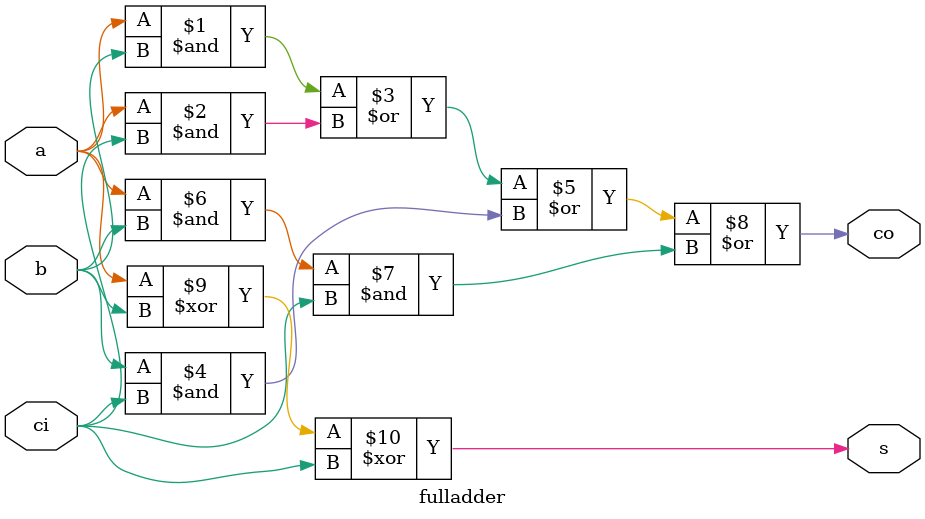
<source format=v>


module lab3part2(SW,LEDR);
	input [8:0] SW; //SW[7:4] for A, SW[3:0] for B, SW[8] for cin. 
	output [4:0] LEDR; //
	fourRippleCarryAdder u0(
		.A(SW[7:4]),
		.B(SW[3:0]),
		.cin(SW[8]),
		.S(LEDR[3:0]),
		.cout(LEDR[4])
		);

endmodule

module fourRippleCarryAdder(A,B,cin, S, cout);
	input [3:0] A;
	input [3:0] B;
	input cin;
	output [3:0] S;
	output cout;

	wire c1, c2, c3;

	fulladder FA1(A[0],B[0],cin, c1, S[0]);
	fulladder FA2(A[1],B[1],c1, c2, S[1]);
	fulladder FA3(A[2],B[2],c2, c3, S[2]);
	fulladder FA4(A[3],B[3],c3, cout,S[3]);

endmodule


module fulladder(a,b,ci,co,s);
	input a,b,ci;
	output co; // this is for carry
	output s; // this is for output

	assign co = (a&b)|(a&ci)|(b&ci)|(a&b&ci);
	assign s = a^b^ci;
endmodule

</source>
